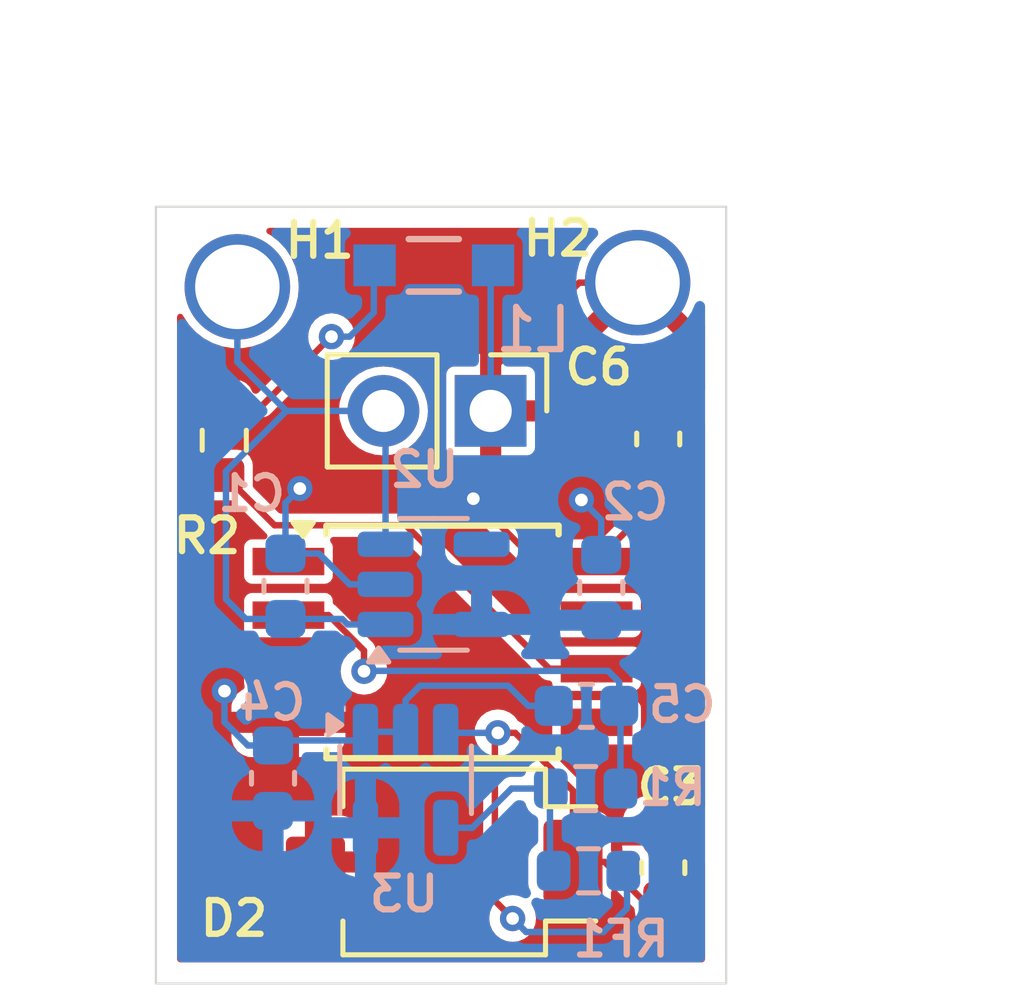
<source format=kicad_pcb>
(kicad_pcb (version 20240108) (generator "pcbnew") (generator_version "8.0")
  (layers (0 "F.Cu" signal) (31 "B.Cu" signal) (34 "B.Paste" user) (35 "F.Paste" user) (36 "B.SilkS" user "B.Silkscreen") (37 "F.SilkS" user "F.Silkscreen") (38 "B.Mask" user) (39 "F.Mask" user) (44 "Edge.Cuts" user))
  (net 0 "")
  (net 1 "GND")
  (net 2 "VDD_3.3V")
  (net 3 "Vcc")
  (net 4 "Net-(U1-PB1)")
  (net 9 "Net-(D2-K)")
  (net 11 "BPW34_OUT")
  (net 12 "Net-(R1-Pad1)")
  (net 13 "Net-(L1-Pad2)")
  (footprint "Connector_PinHeader_2.54mm:PinHeader_1x02_P2.54mm_Vertical" (layer "F.Cu") (at 139.62 69.28 -90)
    (property "Reference" "J1" (hide yes))
    (property "Value" "Conn_2" (hide yes))
    (fp_line (start -1.33 3.87) (end 1.33 3.87) (stroke (width 0.12)) (layer "F.SilkS"))
    (fp_line (start -1.33 1.27) (end -1.33 3.87) (stroke (width 0.12)) (layer "F.SilkS"))
    (fp_line (start -1.33 1.27) (end 1.33 1.27) (stroke (width 0.12)) (layer "F.SilkS"))
    (fp_line (start 1.33 1.27) (end 1.33 3.87) (stroke (width 0.12)) (layer "F.SilkS"))
    (fp_line (start -1.33 0) (end -1.33 -1.33) (stroke (width 0.12)) (layer "F.SilkS"))
    (fp_line (start -1.33 -1.33) (end 0 -1.33) (stroke (width 0.12)) (layer "F.SilkS"))
    (pad "1" thru_hole rect (at 0 0 270) (size 1.7 1.7) (drill 1) (layers "*.Cu" "*.Mask") (net 1 "GND"))
    (pad "2" thru_hole oval (at 0 2.54 270) (size 1.7 1.7) (drill 1) (layers "*.Cu" "*.Mask") (net 3 "Vcc"))
  )
  (footprint "Capacitor_SMD:C_0603_1608Metric" (layer "F.Cu") (at 143.71 80.105 -90)
    (property "Reference" "C3" (at -1.915 -0.18 180) (layer "F.SilkS") (effects (font (size 0.8 0.8))))
    (property "Value" "0.1uF")
    (fp_line (start -0.14058 0.51) (end 0.14058 0.51) (stroke (width 0.12)) (layer "F.SilkS"))
    (fp_line (start -0.14058 -0.51) (end 0.14058 -0.51) (stroke (width 0.12)) (layer "F.SilkS"))
    (pad "1" smd roundrect (at -0.775 0 270) (size 0.9 0.95) (layers "F.Cu" "F.Paste" "F.Mask") (net 1 "GND"))
    (pad "2" smd roundrect (at 0.775 0 270) (size 0.9 0.95) (layers "F.Cu" "F.Paste" "F.Mask") (net 9 "Net-(D2-K)"))
  )
  (footprint "MountingHole:MT_Hole" (layer "F.Cu") (at 133.62 66.34)
    (property "Reference" "H1" (at 1.95 -1.1 0) (layer "F.SilkS") (effects (font (size 0.8 0.8))))
    (property "Value" "MountingHole_Pad")
    (pad "1" thru_hole circle (at 0 0) (size 2.5 2.5) (drill 2) (layers "*.Cu" "*.Mask") (net 3 "Vcc"))
  )
  (footprint "OptoDevice:Osram_BPW34S-SMD" (layer "F.Cu") (at 138.52 79.97 180)
    (property "Reference" "D2" (at 4.98 -1.34 180) (layer "F.SilkS") (effects (font (size 0.8 0.8))))
    (property "Value" "BPW34-SMD")
    (fp_line (start 2.4 2.2) (end 2.4 1.31) (stroke (width 0.12)) (layer "F.SilkS"))
    (fp_line (start 2.4 -1.4) (end 2.4 -2.2) (stroke (width 0.12)) (layer "F.SilkS"))
    (fp_line (start 2.4 -2.2) (end -2.4 -2.2) (stroke (width 0.12)) (layer "F.SilkS"))
    (fp_line (start -2.4 2.2) (end 2.4 2.2) (stroke (width 0.12)) (layer "F.SilkS"))
    (fp_line (start -2.4 1.31) (end -2.4 2.2) (stroke (width 0.12)) (layer "F.SilkS"))
    (fp_line (start -2.4 -2.2) (end -2.4 -1.4) (stroke (width 0.12)) (layer "F.SilkS"))
    (fp_line (start -2.41 -1.4) (end -3.59 -1.4) (stroke (width 0.12)) (layer "F.SilkS"))
    (fp_line (start -3.59 1.31) (end -2.4 1.31) (stroke (width 0.12)) (layer "F.SilkS"))
    (pad "1" smd roundrect (at -3.05 0) (size 1.4 2) (layers "F.Cu" "F.Mask") (roundrect_rratio 0.125) (net 9 "Net-(D2-K)"))
    (pad "2" smd roundrect (at 3.05 0) (size 1.4 1.2) (layers "F.Cu" "F.Mask") (roundrect_rratio 0.125) (net 1 "GND"))
  )
  (footprint "Capacitor_SMD:C_0603_1608Metric" (layer "F.Cu") (at 143.59 69.945 90)
    (property "Reference" "C6" (at 1.705 -1.41 0) (layer "F.SilkS") (effects (font (size 0.8 0.8))))
    (property "Value" "1uF")
    (fp_line (start -0.14058 -0.51) (end 0.14058 -0.51) (stroke (width 0.12)) (layer "F.SilkS"))
    (fp_line (start -0.14058 0.51) (end 0.14058 0.51) (stroke (width 0.12)) (layer "F.SilkS"))
    (pad "1" smd roundrect (at -0.775 0 90) (size 0.9 0.95) (layers "F.Cu" "F.Paste" "F.Mask") (net 2 "VDD_3.3V"))
    (pad "2" smd roundrect (at 0.775 0 90) (size 0.9 0.95) (layers "F.Cu" "F.Paste" "F.Mask") (net 1 "GND"))
  )
  (footprint "MountingHole:MT_Hole" (layer "F.Cu") (at 143.1 66.24)
    (property "Reference" "H2" (at -1.89 -1.05 0) (layer "F.SilkS") (effects (font (size 0.8 0.8))))
    (property "Value" "MountingHole_Pad")
    (pad "1" thru_hole circle (at 0 0) (size 2.5 2.5) (drill 2) (layers "*.Cu" "*.Mask") (net 1 "GND"))
  )
  (footprint "Package_SO:SOIC-8W_5.3x5.3mm_P1.27mm" (layer "F.Cu") (at 138.48 74.755)
    (property "Reference" "U1" (hide yes))
    (property "Value" "ATtiny85")
    (fp_line (start -2.75 -2.755) (end -2.75 -2.55) (stroke (width 0.15)) (layer "F.SilkS"))
    (fp_line (start -2.75 -2.755) (end 2.75 -2.755) (stroke (width 0.15)) (layer "F.SilkS"))
    (fp_line (start -2.75 2.755) (end -2.75 2.55) (stroke (width 0.15)) (layer "F.SilkS"))
    (fp_line (start -2.75 2.755) (end 2.75 2.755) (stroke (width 0.15)) (layer "F.SilkS"))
    (fp_line (start 2.75 -2.755) (end 2.75 -2.55) (stroke (width 0.15)) (layer "F.SilkS"))
    (fp_line (start 2.75 2.755) (end 2.75 2.55) (stroke (width 0.15)) (layer "F.SilkS"))
    (fp_poly (pts (xy -3.3 -2.5) (xy -3.54 -2.83) (xy -3.06 -2.83) (xy -3.3 -2.5)) (stroke (width 0.12)) (fill solid) (layer "F.SilkS"))
    (pad "1" smd rect (at -3.65 -1.905) (size 1.7 0.65) (layers "F.Cu" "F.Paste" "F.Mask"))
    (pad "2" smd rect (at -3.65 -0.635) (size 1.7 0.65) (layers "F.Cu" "F.Paste" "F.Mask") (net 11 "BPW34_OUT"))
    (pad "3" smd rect (at -3.65 0.635) (size 1.7 0.65) (layers "F.Cu" "F.Paste" "F.Mask"))
    (pad "4" smd rect (at -3.65 1.905) (size 1.7 0.65) (layers "F.Cu" "F.Paste" "F.Mask") (net 1 "GND"))
    (pad "5" smd rect (at 3.65 1.905) (size 1.7 0.65) (layers "F.Cu" "F.Paste" "F.Mask"))
    (pad "6" smd rect (at 3.65 0.635) (size 1.7 0.65) (layers "F.Cu" "F.Paste" "F.Mask") (net 4 "Net-(U1-PB1)"))
    (pad "7" smd rect (at 3.65 -0.635) (size 1.7 0.65) (layers "F.Cu" "F.Paste" "F.Mask"))
    (pad "8" smd rect (at 3.65 -1.905) (size 1.7 0.65) (layers "F.Cu" "F.Paste" "F.Mask") (net 2 "VDD_3.3V"))
  )
  (footprint "Resistor_SMD:R_0603_1608Metric" (layer "F.Cu") (at 133.31 69.975 90)
    (property "Reference" "R2" (at -2.265 -0.41 0) (layer "F.SilkS") (effects (font (size 0.8 0.8))))
    (property "Value" "R")
    (fp_line (start -0.237258 -0.5225) (end 0.237258 -0.5225) (stroke (width 0.12)) (layer "F.SilkS"))
    (fp_line (start -0.237258 0.5225) (end 0.237258 0.5225) (stroke (width 0.12)) (layer "F.SilkS"))
    (pad "1" smd roundrect (at -0.825 0 90) (size 0.8 0.95) (layers "F.Cu" "F.Paste" "F.Mask") (net 4 "Net-(U1-PB1)"))
    (pad "2" smd roundrect (at 0.825 0 90) (size 0.8 0.95) (layers "F.Cu" "F.Paste" "F.Mask") (net 13 "Net-(L1-Pad2)"))
  )
  (footprint "Package_TO_SOT_SMD:SOT-23-5" (layer "B.Cu") (at 138.2675 73.39)
    (property "Reference" "U2" (at -0.2175 -2.72 0) (layer "B.SilkS") (effects (font (size 0.8 0.8)) (justify mirror)))
    (property "Value" "MIC5504")
    (fp_line (start -0.8 -1.56) (end 0 -1.56) (stroke (width 0.12)) (layer "B.SilkS"))
    (fp_line (start -0.8 1.56) (end 0 1.56) (stroke (width 0.12)) (layer "B.SilkS"))
    (fp_line (start 0.8 -1.56) (end 0 -1.56) (stroke (width 0.12)) (layer "B.SilkS"))
    (fp_line (start 0.8 1.56) (end 0 1.56) (stroke (width 0.12)) (layer "B.SilkS"))
    (fp_poly (pts (xy -1.3 1.51) (xy -1.54 1.84) (xy -1.06 1.84) (xy -1.3 1.51)) (stroke (width 0.12)) (fill solid) (layer "B.SilkS"))
    (pad "1" smd roundrect (at -1.1375 0.95) (size 1.325 0.6) (layers "B.Cu" "B.Paste" "B.Mask") (net 3 "Vcc"))
    (pad "2" smd roundrect (at -1.1375 0) (size 1.325 0.6) (layers "B.Cu" "B.Paste" "B.Mask") (net 1 "GND"))
    (pad "3" smd roundrect (at -1.1375 -0.95) (size 1.325 0.6) (layers "B.Cu" "B.Paste" "B.Mask") (net 3 "Vcc"))
    (pad "4" smd roundrect (at 1.1375 -0.95) (size 1.325 0.6) (layers "B.Cu" "B.Paste" "B.Mask"))
    (pad "5" smd roundrect (at 1.1375 0.95) (size 1.325 0.6) (layers "B.Cu" "B.Paste" "B.Mask") (net 2 "VDD_3.3V"))
  )
  (footprint "Capacitor_SMD:C_0603_1608Metric" (layer "B.Cu") (at 134.76 73.435 -90)
    (property "Reference" "C1" (at -2.195 0.8 180) (layer "B.SilkS") (effects (font (size 0.8 0.8)) (justify mirror)))
    (property "Value" "1uF")
    (fp_line (start 0.14058 0.51) (end -0.14058 0.51) (stroke (width 0.12)) (layer "B.SilkS"))
    (fp_line (start 0.14058 -0.51) (end -0.14058 -0.51) (stroke (width 0.12)) (layer "B.SilkS"))
    (pad "1" smd roundrect (at -0.775 0 270) (size 0.9 0.95) (layers "B.Cu" "B.Paste" "B.Mask") (net 1 "GND"))
    (pad "2" smd roundrect (at 0.775 0 270) (size 0.9 0.95) (layers "B.Cu" "B.Paste" "B.Mask") (net 3 "Vcc"))
  )
  (footprint "IR12_21C_TR8:LED_IR12-21C&slash_TR8_EVE" (layer "B.Cu") (at 138.27335 65.83 180)
    (property "Reference" "L1" (at -2.35665 -1.53 0) (layer "B.SilkS") (effects (justify mirror)))
    (property "Value" "IRLED" (hide yes))
    (fp_line (start 0.59415 -0.6223) (end -0.59415 -0.6223) (stroke (width 0.1524)) (layer "B.SilkS"))
    (fp_line (start -0.59415 0.6223) (end 0.59415 0.6223) (stroke (width 0.1524)) (layer "B.SilkS"))
    (pad "1" smd rect (at -1.40335 0 180) (size 1.0033 0.9906) (layers "B.Cu" "B.Paste" "B.Mask") (net 1 "GND"))
    (pad "2" smd rect (at 1.40335 0 180) (size 1.0033 0.9906) (layers "B.Cu" "B.Paste" "B.Mask") (net 13 "Net-(L1-Pad2)"))
    (zone (net 0) (net_name "") (layer "B.Cu") (connect_pads (clearance 0)) (min_thickness 0.254)
      (keepout (tracks not_allowed) (vias not_allowed) (pads allowed) (copperpour not_allowed) (footprints allowed))
      (fill (thermal_gap 0.508) (thermal_bridge_width 0.508))
      (polygon (pts (xy 139.12425 65.3855) (xy 137.42245 65.3855) (xy 137.42245 66.2745) (xy 139.12425 66.2745)))
    )
  )
  (footprint "Capacitor_SMD:C_0603_1608Metric" (layer "B.Cu") (at 141.89 76.27)
    (property "Reference" "C5" (at 2.27 -0.03 0) (layer "B.SilkS") (effects (font (size 0.8 0.8)) (justify mirror)))
    (property "Value" "1uF")
    (fp_line (start 0.14058 -0.51) (end -0.14058 -0.51) (stroke (width 0.12)) (layer "B.SilkS"))
    (fp_line (start 0.14058 0.51) (end -0.14058 0.51) (stroke (width 0.12)) (layer "B.SilkS"))
    (pad "1" smd roundrect (at -0.775 0) (size 0.9 0.95) (layers "B.Cu" "B.Paste" "B.Mask") (net 1 "GND"))
    (pad "2" smd roundrect (at 0.775 0) (size 0.9 0.95) (layers "B.Cu" "B.Paste" "B.Mask") (net 11 "BPW34_OUT"))
  )
  (footprint "Resistor_SMD:R_0603_1608Metric" (layer "B.Cu") (at 141.87 78.23)
    (property "Reference" "R1" (at 2.06 -0.02 0) (layer "B.SilkS") (effects (font (size 0.8 0.8)) (justify mirror)))
    (property "Value" "R")
    (fp_line (start 0.237258 -0.5225) (end -0.237258 -0.5225) (stroke (width 0.12)) (layer "B.SilkS"))
    (fp_line (start 0.237258 0.5225) (end -0.237258 0.5225) (stroke (width 0.12)) (layer "B.SilkS"))
    (pad "1" smd roundrect (at -0.825 0) (size 0.8 0.95) (layers "B.Cu" "B.Paste" "B.Mask") (net 12 "Net-(R1-Pad1)"))
    (pad "2" smd roundrect (at 0.825 0) (size 0.8 0.95) (layers "B.Cu" "B.Paste" "B.Mask") (net 11 "BPW34_OUT"))
  )
  (footprint "Capacitor_SMD:C_0603_1608Metric" (layer "B.Cu") (at 142.24 73.465 90)
    (property "Reference" "C2" (at 2.025 0.8 180) (layer "B.SilkS") (effects (font (size 0.8 0.8)) (justify mirror)))
    (property "Value" "1uF")
    (fp_line (start 0.14058 -0.51) (end -0.14058 -0.51) (stroke (width 0.12)) (layer "B.SilkS"))
    (fp_line (start 0.14058 0.51) (end -0.14058 0.51) (stroke (width 0.12)) (layer "B.SilkS"))
    (pad "1" smd roundrect (at -0.775 0 90) (size 0.9 0.95) (layers "B.Cu" "B.Paste" "B.Mask") (net 2 "VDD_3.3V"))
    (pad "2" smd roundrect (at 0.775 0 90) (size 0.9 0.95) (layers "B.Cu" "B.Paste" "B.Mask") (net 1 "GND"))
  )
  (footprint "Package_TO_SOT_SMD:SOT-23-5" (layer "B.Cu") (at 137.605 78.0225 -90)
    (property "Reference" "U3" (at 2.7075 0.035 180) (layer "B.SilkS") (effects (font (size 0.8 0.8)) (justify mirror)))
    (property "Value" "LM321")
    (fp_line (start -0.8 1.56) (end 0 1.56) (stroke (width 0.12)) (layer "B.SilkS"))
    (fp_line (start 0.8 1.56) (end 0 1.56) (stroke (width 0.12)) (layer "B.SilkS"))
    (fp_line (start -0.8 -1.56) (end 0 -1.56) (stroke (width 0.12)) (layer "B.SilkS"))
    (fp_line (start 0.8 -1.56) (end 0 -1.56) (stroke (width 0.12)) (layer "B.SilkS"))
    (fp_poly (pts (xy -1.3 1.51) (xy -1.54 1.84) (xy -1.06 1.84) (xy -1.3 1.51)) (stroke (width 0.12)) (fill solid) (layer "B.SilkS"))
    (pad "1" smd roundrect (at -1.1375 0.95 270) (size 1.325 0.6) (layers "B.Cu" "B.Paste" "B.Mask") (net 1 "GND"))
    (pad "2" smd roundrect (at -1.1375 0 270) (size 1.325 0.6) (layers "B.Cu" "B.Paste" "B.Mask") (net 1 "GND"))
    (pad "3" smd roundrect (at -1.1375 -0.95 270) (size 1.325 0.6) (layers "B.Cu" "B.Paste" "B.Mask") (net 9 "Net-(D2-K)"))
    (pad "4" smd roundrect (at 1.1375 -0.95 270) (size 1.325 0.6) (layers "B.Cu" "B.Paste" "B.Mask") (net 12 "Net-(R1-Pad1)"))
    (pad "5" smd roundrect (at 1.1375 0.95 270) (size 1.325 0.6) (layers "B.Cu" "B.Paste" "B.Mask") (net 2 "VDD_3.3V"))
  )
  (footprint "Capacitor_SMD:C_0603_1608Metric" (layer "B.Cu") (at 134.465 77.985 90)
    (property "Reference" "C4" (at 1.795 -0.025 0) (layer "B.SilkS") (effects (font (size 0.8 0.8)) (justify mirror)))
    (property "Value" "1uF")
    (fp_line (start 0.14058 -0.51) (end -0.14058 -0.51) (stroke (width 0.12)) (layer "B.SilkS"))
    (fp_line (start 0.14058 0.51) (end -0.14058 0.51) (stroke (width 0.12)) (layer "B.SilkS"))
    (pad "1" smd roundrect (at -0.775 0 90) (size 0.9 0.95) (layers "B.Cu" "B.Paste" "B.Mask") (net 2 "VDD_3.3V"))
    (pad "2" smd roundrect (at 0.775 0 90) (size 0.9 0.95) (layers "B.Cu" "B.Paste" "B.Mask") (net 1 "GND"))
  )
  (footprint "Resistor_SMD:R_0603_1608Metric" (layer "B.Cu") (at 141.9375 80.18 180)
    (property "Reference" "RF1" (at -0.7725 -1.62 0) (layer "B.SilkS") (effects (font (size 0.8 0.8)) (justify mirror)))
    (property "Value" "R")
    (fp_line (start 0.237258 0.5225) (end -0.237258 0.5225) (stroke (width 0.12)) (layer "B.SilkS"))
    (fp_line (start 0.237258 -0.5225) (end -0.237258 -0.5225) (stroke (width 0.12)) (layer "B.SilkS"))
    (pad "1" smd roundrect (at -0.825 0 180) (size 0.8 0.95) (layers "B.Cu" "B.Paste" "B.Mask") (net 9 "Net-(D2-K)"))
    (pad "2" smd roundrect (at 0.825 0 180) (size 0.8 0.95) (layers "B.Cu" "B.Paste" "B.Mask") (net 12 "Net-(R1-Pad1)"))
  )
  (gr_rect (start 131.69 64.44) (end 145.2 82.85) (stroke (width 0.05)) (fill none) (layer "Edge.Cuts"))
  (segment (start 142.95 66.39) (end 143.1 66.24) (width 0.2) (layer "F.Cu") (net 1))
  (segment (start 139.62 68.34) (end 141.72 66.24) (width 0.1524) (layer "F.Cu") (net 1))
  (segment (start 139.62 69.28) (end 139.62 68.34) (width 0.1524) (layer "F.Cu") (net 1))
  (segment (start 141.72 66.24) (end 143.1 66.24) (width 0.1524) (layer "F.Cu") (net 1))
  (via (at 135.1 71.12) (size 0.6) (drill 0.3) (layers "F.Cu" "B.Cu") (net 1))
  (via (at 133.315 75.92) (size 0.6) (drill 0.3) (layers "F.Cu" "B.Cu") (net 1))
  (via (at 141.77 71.39) (size 0.6) (drill 0.3) (layers "F.Cu" "B.Cu") (net 1))
  (segment (start 137.13 73.39) (end 136.28 73.39) (width 0.1524) (layer "B.Cu") (net 1))
  (segment (start 134.585 77.09) (end 134.465 77.21) (width 0.1524) (layer "B.Cu") (net 1))
  (segment (start 140.51 76.27) (end 140.0324 75.7924) (width 0.1524) (layer "B.Cu") (net 1))
  (segment (start 139.62 69.28) (end 139.62 66.27) (width 0.1524) (layer "B.Cu") (net 1))
  (segment (start 141.115 76.27) (end 140.51 76.27) (width 0.1524) (layer "B.Cu") (net 1))
  (segment (start 134.76 72.66) (end 134.76 71.46) (width 0.1524) (layer "B.Cu") (net 1))
  (segment (start 133.315 76.655) (end 133.315 75.92) (width 0.1524) (layer "B.Cu") (net 1))
  (segment (start 139.62 66.27) (end 139.66 66.23) (width 0.1524) (layer "B.Cu") (net 1))
  (segment (start 141.77 71.39) (end 142.24 71.86) (width 0.1524) (layer "B.Cu") (net 1))
  (segment (start 133.87 77.21) (end 133.315 76.655) (width 0.1524) (layer "B.Cu") (net 1))
  (segment (start 137.9476 75.7924) (end 137.605 76.135) (width 0.1524) (layer "B.Cu") (net 1))
  (segment (start 137.605 76.885) (end 136.655 76.885) (width 0.1524) (layer "B.Cu") (net 1))
  (segment (start 134.76 71.46) (end 135.1 71.12) (width 0.1524) (layer "B.Cu") (net 1))
  (segment (start 135.55 72.66) (end 134.76 72.66) (width 0.1524) (layer "B.Cu") (net 1))
  (segment (start 137.605 76.135) (end 137.605 76.885) (width 0.1524) (layer "B.Cu") (net 1))
  (segment (start 142.24 71.86) (end 142.24 72.69) (width 0.1524) (layer "B.Cu") (net 1))
  (segment (start 136.655 76.885) (end 136.45 77.09) (width 0.1524) (layer "B.Cu") (net 1))
  (segment (start 134.465 77.21) (end 133.87 77.21) (width 0.1524) (layer "B.Cu") (net 1))
  (segment (start 136.45 77.09) (end 134.585 77.09) (width 0.1524) (layer "B.Cu") (net 1))
  (segment (start 140.0324 75.7924) (end 137.9476 75.7924) (width 0.1524) (layer "B.Cu") (net 1))
  (segment (start 136.28 73.39) (end 135.55 72.66) (width 0.1524) (layer "B.Cu") (net 1))
  (segment (start 140.7 72.85) (end 142.13 72.85) (width 0.1524) (layer "F.Cu") (net 2))
  (segment (start 143.59 71.37) (end 143.59 70.72) (width 0.1524) (layer "F.Cu") (net 2))
  (segment (start 139.21 71.36) (end 140.7 72.85) (width 0.1524) (layer "F.Cu") (net 2))
  (segment (start 142.13 72.83) (end 143.59 71.37) (width 0.1524) (layer "F.Cu") (net 2))
  (segment (start 142.13 72.85) (end 142.13 72.83) (width 0.1524) (layer "F.Cu") (net 2))
  (via (at 139.21 71.36) (size 0.6) (drill 0.3) (layers "F.Cu" "B.Cu") (net 2))
  (segment (start 134.78 69.28) (end 133.62 68.12) (width 0.1524) (layer "B.Cu") (net 3))
  (segment (start 136.23 74.34) (end 137.13 74.34) (width 0.1524) (layer "B.Cu") (net 3))
  (segment (start 137.13 69.33) (end 137.08 69.28) (width 0.1524) (layer "B.Cu") (net 3))
  (segment (start 133.82 74.21) (end 133.35 73.74) (width 0.1524) (layer "B.Cu") (net 3))
  (segment (start 134.76 74.21) (end 133.82 74.21) (width 0.1524) (layer "B.Cu") (net 3))
  (segment (start 136.1 74.21) (end 136.23 74.34) (width 0.1524) (layer "B.Cu") (net 3))
  (segment (start 134.76 74.21) (end 136.1 74.21) (width 0.1524) (layer "B.Cu") (net 3))
  (segment (start 137.13 72.44) (end 137.13 69.33) (width 0.1524) (layer "B.Cu") (net 3))
  (segment (start 133.62 68.12) (end 133.62 66.34) (width 0.1524) (layer "B.Cu") (net 3))
  (segment (start 133.35 73.74) (end 133.35 70.71) (width 0.1524) (layer "B.Cu") (net 3))
  (segment (start 133.35 70.71) (end 134.78 69.28) (width 0.1524) (layer "B.Cu") (net 3))
  (segment (start 134.78 69.28) (end 137.08 69.28) (width 0.1524) (layer "B.Cu") (net 3))
  (segment (start 134.5 71.99) (end 137.61 71.99) (width 0.1524) (layer "F.Cu") (net 4))
  (segment (start 137.61 71.99) (end 141.01 75.39) (width 0.1524) (layer "F.Cu") (net 4))
  (segment (start 133.31 70.8) (end 134.5 71.99) (width 0.1524) (layer "F.Cu") (net 4))
  (segment (start 141.01 75.39) (end 142.13 75.39) (width 0.1524) (layer "F.Cu") (net 4))
  (segment (start 140.2 76.91) (end 139.79 76.91) (width 0.1524) (layer "F.Cu") (net 9))
  (segment (start 141.57 78.28) (end 140.2 76.91) (width 0.1524) (layer "F.Cu") (net 9))
  (segment (start 143.71 80.88) (end 143.64 80.81) (width 0.1524) (layer "F.Cu") (net 9))
  (segment (start 143.71 80.88) (end 143.23 80.88) (width 0.1524) (layer "F.Cu") (net 9))
  (segment (start 143.23 80.88) (end 142.32 79.97) (width 0.1524) (layer "F.Cu") (net 9))
  (segment (start 143.53 80.7) (end 143.71 80.88) (width 0.1524) (layer "F.Cu") (net 9))
  (segment (start 142.32 79.97) (end 141.57 79.97) (width 0.1524) (layer "F.Cu") (net 9))
  (segment (start 139.72 76.98) (end 139.79 76.91) (width 0.1524) (layer "F.Cu") (net 9))
  (segment (start 141.57 79.97) (end 141.57 78.28) (width 0.1524) (layer "F.Cu") (net 9))
  (segment (start 139.72 80.89) (end 139.72 76.98) (width 0.1524) (layer "F.Cu") (net 9))
  (segment (start 140.14 81.31) (end 139.72 80.89) (width 0.1524) (layer "F.Cu") (net 9))
  (via (at 139.79 76.91) (size 0.6) (drill 0.3) (layers "F.Cu" "B.Cu") (net 9))
  (via (at 140.14 81.31) (size 0.6) (drill 0.3) (layers "F.Cu" "B.Cu") (net 9))
  (segment (start 139.79 76.91) (end 138.58 76.91) (width 0.1524) (layer "B.Cu") (net 9))
  (segment (start 140.46 81.63) (end 142.29 81.63) (width 0.1524) (layer "B.Cu") (net 9))
  (segment (start 138.58 76.91) (end 138.555 76.885) (width 0.1524) (layer "B.Cu") (net 9))
  (segment (start 142.85 81.07) (end 142.85 80.18) (width 0.1524) (layer "B.Cu") (net 9))
  (segment (start 140.14 81.31) (end 140.46 81.63) (width 0.1524) (layer "B.Cu") (net 9))
  (segment (start 142.29 81.63) (end 142.85 81.07) (width 0.1524) (layer "B.Cu") (net 9))
  (segment (start 135.78 74.12) (end 134.83 74.12) (width 0.1524) (layer "F.Cu") (net 11))
  (segment (start 136.62 75.45) (end 136.62 74.96) (width 0.1524) (layer "F.Cu") (net 11))
  (segment (start 136.62 74.96) (end 135.78 74.12) (width 0.1524) (layer "F.Cu") (net 11))
  (via (at 136.62 75.45) (size 0.6) (drill 0.3) (layers "F.Cu" "B.Cu") (net 11))
  (segment (start 142.695 78.23) (end 142.695 76.3) (width 0.1524) (layer "B.Cu") (net 11))
  (segment (start 136.63 75.44) (end 142.4 75.44) (width 0.1524) (layer "B.Cu") (net 11))
  (segment (start 142.665 75.705) (end 142.665 76.27) (width 0.1524) (layer "B.Cu") (net 11))
  (segment (start 142.4 75.44) (end 142.665 75.705) (width 0.1524) (layer "B.Cu") (net 11))
  (segment (start 136.62 75.45) (end 136.63 75.44) (width 0.1524) (layer "B.Cu") (net 11))
  (segment (start 142.695 76.3) (end 142.665 76.27) (width 0.1524) (layer "B.Cu") (net 11))
  (segment (start 141.025 78.25) (end 141.045 78.23) (width 0.1524) (layer "B.Cu") (net 12))
  (segment (start 141.025 80.18) (end 141.025 78.25) (width 0.1524) (layer "B.Cu") (net 12))
  (segment (start 139.185 79.16) (end 138.555 79.16) (width 0.1524) (layer "B.Cu") (net 12))
  (segment (start 141.045 78.23) (end 140.115 78.23) (width 0.1524) (layer "B.Cu") (net 12))
  (segment (start 140.115 78.23) (end 139.185 79.16) (width 0.1524) (layer "B.Cu") (net 12))
  (segment (start 135.84 67.52) (end 134.21 69.15) (width 0.1524) (layer "F.Cu") (net 13))
  (segment (start 135.85 67.52) (end 135.84 67.52) (width 0.1524) (layer "F.Cu") (net 13))
  (segment (start 134.21 69.15) (end 133.31 69.15) (width 0.1524) (layer "F.Cu") (net 13))
  (via (at 135.85 67.52) (size 0.6) (drill 0.3) (layers "F.Cu" "B.Cu") (net 13))
  (segment (start 136.28 67.52) (end 136.8533 66.9467) (width 0.1524) (layer "B.Cu") (net 13))
  (segment (start 135.85 67.52) (end 136.28 67.52) (width 0.1524) (layer "B.Cu") (net 13))
  (segment (start 136.8533 66.9467) (end 136.8533 66.23) (width 0.1524) (layer "B.Cu") (net 13))
  (zone (net 1) (net_name "GND") (layer "F.Cu") (connect_pads (clearance 0.1524)) (min_thickness 0.1524) (fill yes (thermal_gap 0.5) (thermal_bridge_width 0.5))
    (polygon (pts (xy 131.87 64.63) (xy 145.07 64.5) (xy 145.02 82.8) (xy 131.85 82.79) (xy 131.82 68.17)))
  )
  (zone (net 2) (net_name "VDD_3.3V") (layer "B.Cu") (priority 1) (connect_pads (clearance 0.1524)) (min_thickness 0.25) (fill yes (thermal_gap 0.5) (thermal_bridge_width 0.5))
    (polygon (pts (xy 131.84 64.53) (xy 145.1 64.57) (xy 145.04 82.85) (xy 131.84 82.76)))
  )
)
</source>
